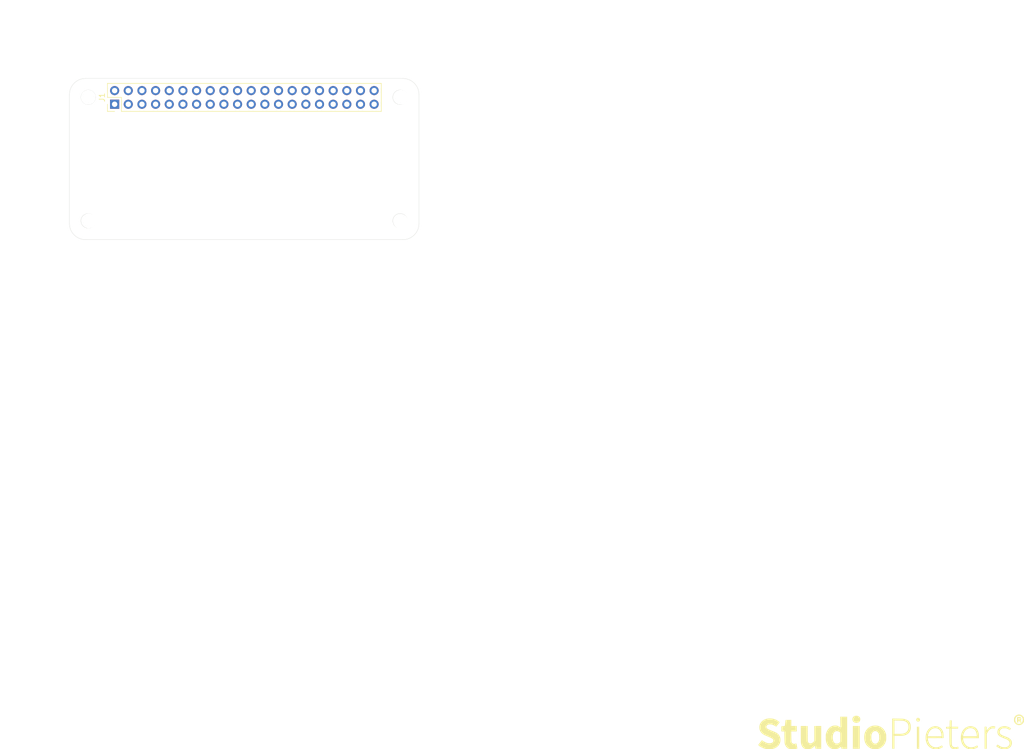
<source format=kicad_pcb>
(kicad_pcb (version 20171130) (host pcbnew "(5.0.1)-4")

  (general
    (thickness 1.6)
    (drawings 45)
    (tracks 0)
    (zones 0)
    (modules 6)
    (nets 41)
  )

  (page A4)
  (title_block
    (title "Raspberry Pi® Zero W - Hat Template")
    (date 2018-12-28)
    (rev 1.0.8)
    (company StudioPieters®)
    (comment 1 https://www.studiopieters.nl)
  )

  (layers
    (0 F.Cu signal)
    (31 B.Cu signal)
    (32 B.Adhes user)
    (33 F.Adhes user)
    (34 B.Paste user)
    (35 F.Paste user)
    (36 B.SilkS user)
    (37 F.SilkS user)
    (38 B.Mask user)
    (39 F.Mask user)
    (40 Dwgs.User user)
    (41 Cmts.User user)
    (42 Eco1.User user)
    (43 Eco2.User user)
    (44 Edge.Cuts user)
    (45 Margin user)
    (46 B.CrtYd user)
    (47 F.CrtYd user)
    (48 B.Fab user)
    (49 F.Fab user)
  )

  (setup
    (last_trace_width 0.25)
    (trace_clearance 0.2)
    (zone_clearance 0.508)
    (zone_45_only no)
    (trace_min 0.2)
    (segment_width 0.2)
    (edge_width 0.05)
    (via_size 0.8)
    (via_drill 0.4)
    (via_min_size 0.4)
    (via_min_drill 0.3)
    (uvia_size 0.3)
    (uvia_drill 0.1)
    (uvias_allowed no)
    (uvia_min_size 0.2)
    (uvia_min_drill 0.1)
    (pcb_text_width 0.3)
    (pcb_text_size 1.5 1.5)
    (mod_edge_width 0.12)
    (mod_text_size 1 1)
    (mod_text_width 0.15)
    (pad_size 1.524 1.524)
    (pad_drill 0.762)
    (pad_to_mask_clearance 0.051)
    (solder_mask_min_width 0.25)
    (aux_axis_origin 0 0)
    (visible_elements 7FFFFFFF)
    (pcbplotparams
      (layerselection 0x010fc_ffffffff)
      (usegerberextensions false)
      (usegerberattributes false)
      (usegerberadvancedattributes false)
      (creategerberjobfile false)
      (excludeedgelayer true)
      (linewidth 0.100000)
      (plotframeref false)
      (viasonmask false)
      (mode 1)
      (useauxorigin false)
      (hpglpennumber 1)
      (hpglpenspeed 20)
      (hpglpendiameter 15.000000)
      (psnegative false)
      (psa4output false)
      (plotreference true)
      (plotvalue true)
      (plotinvisibletext false)
      (padsonsilk false)
      (subtractmaskfromsilk false)
      (outputformat 1)
      (mirror false)
      (drillshape 1)
      (scaleselection 1)
      (outputdirectory ""))
  )

  (net 0 "")
  (net 1 "Net-(J1-Pad1)")
  (net 2 "Net-(J1-Pad2)")
  (net 3 "Net-(J1-Pad3)")
  (net 4 "Net-(J1-Pad4)")
  (net 5 "Net-(J1-Pad5)")
  (net 6 "Net-(J1-Pad6)")
  (net 7 "Net-(J1-Pad7)")
  (net 8 "Net-(J1-Pad8)")
  (net 9 "Net-(J1-Pad9)")
  (net 10 "Net-(J1-Pad10)")
  (net 11 "Net-(J1-Pad11)")
  (net 12 "Net-(J1-Pad12)")
  (net 13 "Net-(J1-Pad13)")
  (net 14 "Net-(J1-Pad14)")
  (net 15 "Net-(J1-Pad15)")
  (net 16 "Net-(J1-Pad16)")
  (net 17 "Net-(J1-Pad17)")
  (net 18 "Net-(J1-Pad18)")
  (net 19 "Net-(J1-Pad19)")
  (net 20 "Net-(J1-Pad20)")
  (net 21 "Net-(J1-Pad21)")
  (net 22 "Net-(J1-Pad22)")
  (net 23 "Net-(J1-Pad23)")
  (net 24 "Net-(J1-Pad24)")
  (net 25 "Net-(J1-Pad25)")
  (net 26 "Net-(J1-Pad26)")
  (net 27 "Net-(J1-Pad27)")
  (net 28 "Net-(J1-Pad28)")
  (net 29 "Net-(J1-Pad29)")
  (net 30 "Net-(J1-Pad30)")
  (net 31 "Net-(J1-Pad31)")
  (net 32 "Net-(J1-Pad32)")
  (net 33 "Net-(J1-Pad33)")
  (net 34 "Net-(J1-Pad34)")
  (net 35 "Net-(J1-Pad35)")
  (net 36 "Net-(J1-Pad36)")
  (net 37 "Net-(J1-Pad37)")
  (net 38 "Net-(J1-Pad38)")
  (net 39 "Net-(J1-Pad39)")
  (net 40 "Net-(J1-Pad40)")

  (net_class Default "This is the default net class."
    (clearance 0.2)
    (trace_width 0.25)
    (via_dia 0.8)
    (via_drill 0.4)
    (uvia_dia 0.3)
    (uvia_drill 0.1)
    (add_net "Net-(J1-Pad1)")
    (add_net "Net-(J1-Pad10)")
    (add_net "Net-(J1-Pad11)")
    (add_net "Net-(J1-Pad12)")
    (add_net "Net-(J1-Pad13)")
    (add_net "Net-(J1-Pad14)")
    (add_net "Net-(J1-Pad15)")
    (add_net "Net-(J1-Pad16)")
    (add_net "Net-(J1-Pad17)")
    (add_net "Net-(J1-Pad18)")
    (add_net "Net-(J1-Pad19)")
    (add_net "Net-(J1-Pad2)")
    (add_net "Net-(J1-Pad20)")
    (add_net "Net-(J1-Pad21)")
    (add_net "Net-(J1-Pad22)")
    (add_net "Net-(J1-Pad23)")
    (add_net "Net-(J1-Pad24)")
    (add_net "Net-(J1-Pad25)")
    (add_net "Net-(J1-Pad26)")
    (add_net "Net-(J1-Pad27)")
    (add_net "Net-(J1-Pad28)")
    (add_net "Net-(J1-Pad29)")
    (add_net "Net-(J1-Pad3)")
    (add_net "Net-(J1-Pad30)")
    (add_net "Net-(J1-Pad31)")
    (add_net "Net-(J1-Pad32)")
    (add_net "Net-(J1-Pad33)")
    (add_net "Net-(J1-Pad34)")
    (add_net "Net-(J1-Pad35)")
    (add_net "Net-(J1-Pad36)")
    (add_net "Net-(J1-Pad37)")
    (add_net "Net-(J1-Pad38)")
    (add_net "Net-(J1-Pad39)")
    (add_net "Net-(J1-Pad4)")
    (add_net "Net-(J1-Pad40)")
    (add_net "Net-(J1-Pad5)")
    (add_net "Net-(J1-Pad6)")
    (add_net "Net-(J1-Pad7)")
    (add_net "Net-(J1-Pad8)")
    (add_net "Net-(J1-Pad9)")
  )

  (module RPi_Hat:RPi_Hat_Mounting_Hole locked (layer F.Cu) (tedit 55217C7B) (tstamp 5C471D7E)
    (at 53.5 52.5)
    (descr "Mounting hole, Befestigungsbohrung, 2,7mm, No Annular, Kein Restring,")
    (tags "Mounting hole, Befestigungsbohrung, 2,7mm, No Annular, Kein Restring,")
    (fp_text reference "" (at 0 -4.0005) (layer F.SilkS) hide
      (effects (font (size 1 1) (thickness 0.15)))
    )
    (fp_text value "" (at 0.09906 3.59918) (layer F.Fab) hide
      (effects (font (size 1 1) (thickness 0.15)))
    )
    (fp_circle (center 0 0) (end 3.1 0) (layer B.CrtYd) (width 0.15))
    (fp_circle (center 0 0) (end 3.1 0) (layer F.CrtYd) (width 0.15))
    (fp_circle (center 0 0) (end 1.375 0) (layer B.Fab) (width 0.15))
    (fp_circle (center 0 0) (end 3.1 0) (layer B.Fab) (width 0.15))
    (fp_circle (center 0 0) (end 3.1 0) (layer F.Fab) (width 0.15))
    (fp_circle (center 0 0) (end 1.375 0) (layer F.Fab) (width 0.15))
    (pad "" np_thru_hole circle (at 0 0) (size 2.75 2.75) (drill 2.75) (layers *.Cu *.Mask)
      (solder_mask_margin 1.725) (clearance 1.725))
  )

  (module RPi_Hat:RPi_Hat_Mounting_Hole locked (layer F.Cu) (tedit 55217C7B) (tstamp 5C471D7E)
    (at 53.6 75.5)
    (descr "Mounting hole, Befestigungsbohrung, 2,7mm, No Annular, Kein Restring,")
    (tags "Mounting hole, Befestigungsbohrung, 2,7mm, No Annular, Kein Restring,")
    (fp_text reference "" (at 0 -4.0005) (layer F.SilkS) hide
      (effects (font (size 1 1) (thickness 0.15)))
    )
    (fp_text value "" (at 0.09906 3.59918) (layer F.Fab) hide
      (effects (font (size 1 1) (thickness 0.15)))
    )
    (fp_circle (center 0 0) (end 3.1 0) (layer B.CrtYd) (width 0.15))
    (fp_circle (center 0 0) (end 3.1 0) (layer F.CrtYd) (width 0.15))
    (fp_circle (center 0 0) (end 1.375 0) (layer B.Fab) (width 0.15))
    (fp_circle (center 0 0) (end 3.1 0) (layer B.Fab) (width 0.15))
    (fp_circle (center 0 0) (end 3.1 0) (layer F.Fab) (width 0.15))
    (fp_circle (center 0 0) (end 1.375 0) (layer F.Fab) (width 0.15))
    (pad "" np_thru_hole circle (at 0 0) (size 2.75 2.75) (drill 2.75) (layers *.Cu *.Mask)
      (solder_mask_margin 1.725) (clearance 1.725))
  )

  (module RPi_Hat:RPi_Hat_Mounting_Hole locked (layer F.Cu) (tedit 55217C7B) (tstamp 5C471D7E)
    (at 111.6 75.6)
    (descr "Mounting hole, Befestigungsbohrung, 2,7mm, No Annular, Kein Restring,")
    (tags "Mounting hole, Befestigungsbohrung, 2,7mm, No Annular, Kein Restring,")
    (fp_text reference "" (at 0 -4.0005) (layer F.SilkS) hide
      (effects (font (size 1 1) (thickness 0.15)))
    )
    (fp_text value "" (at 0.09906 3.59918) (layer F.Fab) hide
      (effects (font (size 1 1) (thickness 0.15)))
    )
    (fp_circle (center 0 0) (end 3.1 0) (layer B.CrtYd) (width 0.15))
    (fp_circle (center 0 0) (end 3.1 0) (layer F.CrtYd) (width 0.15))
    (fp_circle (center 0 0) (end 1.375 0) (layer B.Fab) (width 0.15))
    (fp_circle (center 0 0) (end 3.1 0) (layer B.Fab) (width 0.15))
    (fp_circle (center 0 0) (end 3.1 0) (layer F.Fab) (width 0.15))
    (fp_circle (center 0 0) (end 1.375 0) (layer F.Fab) (width 0.15))
    (pad "" np_thru_hole circle (at 0 0) (size 2.75 2.75) (drill 2.75) (layers *.Cu *.Mask)
      (solder_mask_margin 1.725) (clearance 1.725))
  )

  (module RPi_Hat:RPi_Hat_Mounting_Hole locked (layer F.Cu) (tedit 55217C7B) (tstamp 5C471D7E)
    (at 111.6 52.5)
    (descr "Mounting hole, Befestigungsbohrung, 2,7mm, No Annular, Kein Restring,")
    (tags "Mounting hole, Befestigungsbohrung, 2,7mm, No Annular, Kein Restring,")
    (fp_text reference "" (at 0 -4.0005) (layer F.SilkS) hide
      (effects (font (size 1 1) (thickness 0.15)))
    )
    (fp_text value "" (at 0.09906 3.59918) (layer F.Fab) hide
      (effects (font (size 1 1) (thickness 0.15)))
    )
    (fp_circle (center 0 0) (end 3.1 0) (layer B.CrtYd) (width 0.15))
    (fp_circle (center 0 0) (end 3.1 0) (layer F.CrtYd) (width 0.15))
    (fp_circle (center 0 0) (end 1.375 0) (layer B.Fab) (width 0.15))
    (fp_circle (center 0 0) (end 3.1 0) (layer B.Fab) (width 0.15))
    (fp_circle (center 0 0) (end 3.1 0) (layer F.Fab) (width 0.15))
    (fp_circle (center 0 0) (end 1.375 0) (layer F.Fab) (width 0.15))
    (pad "" np_thru_hole circle (at 0 0) (size 2.75 2.75) (drill 2.75) (layers *.Cu *.Mask)
      (solder_mask_margin 1.725) (clearance 1.725))
  )

  (module Connector_PinHeader_2.54mm:PinHeader_2x20_P2.54mm_Vertical (layer F.Cu) (tedit 59FED5CC) (tstamp 5C2616A7)
    (at 58.4 53.8 90)
    (descr "Through hole straight pin header, 2x20, 2.54mm pitch, double rows")
    (tags "Through hole pin header THT 2x20 2.54mm double row")
    (path /5C26120C)
    (fp_text reference J1 (at 1.27 -2.33 90) (layer F.SilkS)
      (effects (font (size 1 1) (thickness 0.15)))
    )
    (fp_text value Conn_02x20_Odd_Even (at 1.27 50.59 90) (layer F.Fab) hide
      (effects (font (size 1 1) (thickness 0.15)))
    )
    (fp_text user %R (at 1.27 24.13 180) (layer F.Fab)
      (effects (font (size 1 1) (thickness 0.15)))
    )
    (fp_line (start 4.35 -1.8) (end -1.8 -1.8) (layer F.CrtYd) (width 0.05))
    (fp_line (start 4.35 50.05) (end 4.35 -1.8) (layer F.CrtYd) (width 0.05))
    (fp_line (start -1.8 50.05) (end 4.35 50.05) (layer F.CrtYd) (width 0.05))
    (fp_line (start -1.8 -1.8) (end -1.8 50.05) (layer F.CrtYd) (width 0.05))
    (fp_line (start -1.33 -1.33) (end 0 -1.33) (layer F.SilkS) (width 0.12))
    (fp_line (start -1.33 0) (end -1.33 -1.33) (layer F.SilkS) (width 0.12))
    (fp_line (start 1.27 -1.33) (end 3.87 -1.33) (layer F.SilkS) (width 0.12))
    (fp_line (start 1.27 1.27) (end 1.27 -1.33) (layer F.SilkS) (width 0.12))
    (fp_line (start -1.33 1.27) (end 1.27 1.27) (layer F.SilkS) (width 0.12))
    (fp_line (start 3.87 -1.33) (end 3.87 49.59) (layer F.SilkS) (width 0.12))
    (fp_line (start -1.33 1.27) (end -1.33 49.59) (layer F.SilkS) (width 0.12))
    (fp_line (start -1.33 49.59) (end 3.87 49.59) (layer F.SilkS) (width 0.12))
    (fp_line (start -1.27 0) (end 0 -1.27) (layer F.Fab) (width 0.1))
    (fp_line (start -1.27 49.53) (end -1.27 0) (layer F.Fab) (width 0.1))
    (fp_line (start 3.81 49.53) (end -1.27 49.53) (layer F.Fab) (width 0.1))
    (fp_line (start 3.81 -1.27) (end 3.81 49.53) (layer F.Fab) (width 0.1))
    (fp_line (start 0 -1.27) (end 3.81 -1.27) (layer F.Fab) (width 0.1))
    (pad 40 thru_hole oval (at 2.54 48.26 90) (size 1.7 1.7) (drill 1) (layers *.Cu *.Mask)
      (net 40 "Net-(J1-Pad40)"))
    (pad 39 thru_hole oval (at 0 48.26 90) (size 1.7 1.7) (drill 1) (layers *.Cu *.Mask)
      (net 39 "Net-(J1-Pad39)"))
    (pad 38 thru_hole oval (at 2.54 45.72 90) (size 1.7 1.7) (drill 1) (layers *.Cu *.Mask)
      (net 38 "Net-(J1-Pad38)"))
    (pad 37 thru_hole oval (at 0 45.72 90) (size 1.7 1.7) (drill 1) (layers *.Cu *.Mask)
      (net 37 "Net-(J1-Pad37)"))
    (pad 36 thru_hole oval (at 2.54 43.18 90) (size 1.7 1.7) (drill 1) (layers *.Cu *.Mask)
      (net 36 "Net-(J1-Pad36)"))
    (pad 35 thru_hole oval (at 0 43.18 90) (size 1.7 1.7) (drill 1) (layers *.Cu *.Mask)
      (net 35 "Net-(J1-Pad35)"))
    (pad 34 thru_hole oval (at 2.54 40.64 90) (size 1.7 1.7) (drill 1) (layers *.Cu *.Mask)
      (net 34 "Net-(J1-Pad34)"))
    (pad 33 thru_hole oval (at 0 40.64 90) (size 1.7 1.7) (drill 1) (layers *.Cu *.Mask)
      (net 33 "Net-(J1-Pad33)"))
    (pad 32 thru_hole oval (at 2.54 38.1 90) (size 1.7 1.7) (drill 1) (layers *.Cu *.Mask)
      (net 32 "Net-(J1-Pad32)"))
    (pad 31 thru_hole oval (at 0 38.1 90) (size 1.7 1.7) (drill 1) (layers *.Cu *.Mask)
      (net 31 "Net-(J1-Pad31)"))
    (pad 30 thru_hole oval (at 2.54 35.56 90) (size 1.7 1.7) (drill 1) (layers *.Cu *.Mask)
      (net 30 "Net-(J1-Pad30)"))
    (pad 29 thru_hole oval (at 0 35.56 90) (size 1.7 1.7) (drill 1) (layers *.Cu *.Mask)
      (net 29 "Net-(J1-Pad29)"))
    (pad 28 thru_hole oval (at 2.54 33.02 90) (size 1.7 1.7) (drill 1) (layers *.Cu *.Mask)
      (net 28 "Net-(J1-Pad28)"))
    (pad 27 thru_hole oval (at 0 33.02 90) (size 1.7 1.7) (drill 1) (layers *.Cu *.Mask)
      (net 27 "Net-(J1-Pad27)"))
    (pad 26 thru_hole oval (at 2.54 30.48 90) (size 1.7 1.7) (drill 1) (layers *.Cu *.Mask)
      (net 26 "Net-(J1-Pad26)"))
    (pad 25 thru_hole oval (at 0 30.48 90) (size 1.7 1.7) (drill 1) (layers *.Cu *.Mask)
      (net 25 "Net-(J1-Pad25)"))
    (pad 24 thru_hole oval (at 2.54 27.94 90) (size 1.7 1.7) (drill 1) (layers *.Cu *.Mask)
      (net 24 "Net-(J1-Pad24)"))
    (pad 23 thru_hole oval (at 0 27.94 90) (size 1.7 1.7) (drill 1) (layers *.Cu *.Mask)
      (net 23 "Net-(J1-Pad23)"))
    (pad 22 thru_hole oval (at 2.54 25.4 90) (size 1.7 1.7) (drill 1) (layers *.Cu *.Mask)
      (net 22 "Net-(J1-Pad22)"))
    (pad 21 thru_hole oval (at 0 25.4 90) (size 1.7 1.7) (drill 1) (layers *.Cu *.Mask)
      (net 21 "Net-(J1-Pad21)"))
    (pad 20 thru_hole oval (at 2.54 22.86 90) (size 1.7 1.7) (drill 1) (layers *.Cu *.Mask)
      (net 20 "Net-(J1-Pad20)"))
    (pad 19 thru_hole oval (at 0 22.86 90) (size 1.7 1.7) (drill 1) (layers *.Cu *.Mask)
      (net 19 "Net-(J1-Pad19)"))
    (pad 18 thru_hole oval (at 2.54 20.32 90) (size 1.7 1.7) (drill 1) (layers *.Cu *.Mask)
      (net 18 "Net-(J1-Pad18)"))
    (pad 17 thru_hole oval (at 0 20.32 90) (size 1.7 1.7) (drill 1) (layers *.Cu *.Mask)
      (net 17 "Net-(J1-Pad17)"))
    (pad 16 thru_hole oval (at 2.54 17.78 90) (size 1.7 1.7) (drill 1) (layers *.Cu *.Mask)
      (net 16 "Net-(J1-Pad16)"))
    (pad 15 thru_hole oval (at 0 17.78 90) (size 1.7 1.7) (drill 1) (layers *.Cu *.Mask)
      (net 15 "Net-(J1-Pad15)"))
    (pad 14 thru_hole oval (at 2.54 15.24 90) (size 1.7 1.7) (drill 1) (layers *.Cu *.Mask)
      (net 14 "Net-(J1-Pad14)"))
    (pad 13 thru_hole oval (at 0 15.24 90) (size 1.7 1.7) (drill 1) (layers *.Cu *.Mask)
      (net 13 "Net-(J1-Pad13)"))
    (pad 12 thru_hole oval (at 2.54 12.7 90) (size 1.7 1.7) (drill 1) (layers *.Cu *.Mask)
      (net 12 "Net-(J1-Pad12)"))
    (pad 11 thru_hole oval (at 0 12.7 90) (size 1.7 1.7) (drill 1) (layers *.Cu *.Mask)
      (net 11 "Net-(J1-Pad11)"))
    (pad 10 thru_hole oval (at 2.54 10.16 90) (size 1.7 1.7) (drill 1) (layers *.Cu *.Mask)
      (net 10 "Net-(J1-Pad10)"))
    (pad 9 thru_hole oval (at 0 10.16 90) (size 1.7 1.7) (drill 1) (layers *.Cu *.Mask)
      (net 9 "Net-(J1-Pad9)"))
    (pad 8 thru_hole oval (at 2.54 7.62 90) (size 1.7 1.7) (drill 1) (layers *.Cu *.Mask)
      (net 8 "Net-(J1-Pad8)"))
    (pad 7 thru_hole oval (at 0 7.62 90) (size 1.7 1.7) (drill 1) (layers *.Cu *.Mask)
      (net 7 "Net-(J1-Pad7)"))
    (pad 6 thru_hole oval (at 2.54 5.08 90) (size 1.7 1.7) (drill 1) (layers *.Cu *.Mask)
      (net 6 "Net-(J1-Pad6)"))
    (pad 5 thru_hole oval (at 0 5.08 90) (size 1.7 1.7) (drill 1) (layers *.Cu *.Mask)
      (net 5 "Net-(J1-Pad5)"))
    (pad 4 thru_hole oval (at 2.54 2.54 90) (size 1.7 1.7) (drill 1) (layers *.Cu *.Mask)
      (net 4 "Net-(J1-Pad4)"))
    (pad 3 thru_hole oval (at 0 2.54 90) (size 1.7 1.7) (drill 1) (layers *.Cu *.Mask)
      (net 3 "Net-(J1-Pad3)"))
    (pad 2 thru_hole oval (at 2.54 0 90) (size 1.7 1.7) (drill 1) (layers *.Cu *.Mask)
      (net 2 "Net-(J1-Pad2)"))
    (pad 1 thru_hole rect (at 0 0 90) (size 1.7 1.7) (drill 1) (layers *.Cu *.Mask)
      (net 1 "Net-(J1-Pad1)"))
    (model ${KISYS3DMOD}/Connector_PinHeader_2.54mm.3dshapes/PinHeader_2x20_P2.54mm_Vertical.wrl
      (at (xyz 0 0 0))
      (scale (xyz 1 1 1))
      (rotate (xyz 0 0 0))
    )
  )

  (module StudioPieters:StudioPieters_Kicad_Logo (layer F.Cu) (tedit 0) (tstamp 5C26F196)
    (at 202.8 170.6)
    (fp_text reference G*** (at 0 0) (layer F.SilkS) hide
      (effects (font (size 1.524 1.524) (thickness 0.3)))
    )
    (fp_text value LOGO (at 0.75 0) (layer F.SilkS) hide
      (effects (font (size 1.524 1.524) (thickness 0.3)))
    )
    (fp_poly (pts (xy 23.73739 -2.761219) (xy 23.874658 -2.756377) (xy 23.967521 -2.749961) (xy 24.028007 -2.739173)
      (xy 24.068141 -2.72121) (xy 24.099951 -2.693271) (xy 24.11839 -2.672482) (xy 24.174731 -2.566967)
      (xy 24.190008 -2.442531) (xy 24.164442 -2.318746) (xy 24.113428 -2.231778) (xy 24.040412 -2.145003)
      (xy 24.14165 -1.963971) (xy 24.190827 -1.873933) (xy 24.226822 -1.804024) (xy 24.242671 -1.767838)
      (xy 24.242889 -1.766359) (xy 24.21765 -1.756454) (xy 24.15382 -1.750526) (xy 24.116295 -1.749778)
      (xy 24.048181 -1.751685) (xy 24.003655 -1.764893) (xy 23.968653 -1.800631) (xy 23.929113 -1.870127)
      (xy 23.904222 -1.919111) (xy 23.855106 -2.010782) (xy 23.816968 -2.061983) (xy 23.778426 -2.084071)
      (xy 23.734483 -2.088444) (xy 23.687841 -2.086197) (xy 23.662667 -2.070584) (xy 23.652339 -2.028303)
      (xy 23.650238 -1.94605) (xy 23.650222 -1.919111) (xy 23.650222 -1.749778) (xy 23.424444 -1.749778)
      (xy 23.424444 -2.441222) (xy 23.650222 -2.441222) (xy 23.650222 -2.286) (xy 23.749 -2.286)
      (xy 23.849507 -2.306331) (xy 23.904222 -2.342444) (xy 23.954639 -2.417677) (xy 23.950209 -2.484363)
      (xy 23.892314 -2.538887) (xy 23.817758 -2.568738) (xy 23.726596 -2.591584) (xy 23.676435 -2.587541)
      (xy 23.655063 -2.547316) (xy 23.650267 -2.461614) (xy 23.650222 -2.441222) (xy 23.424444 -2.441222)
      (xy 23.424444 -2.770772) (xy 23.73739 -2.761219)) (layer F.SilkS) (width 0.01))
    (fp_poly (pts (xy 5.130676 -2.598373) (xy 5.247523 -2.541368) (xy 5.323803 -2.445202) (xy 5.359334 -2.310147)
      (xy 5.362117 -2.251167) (xy 5.339981 -2.113905) (xy 5.27482 -2.012745) (xy 5.168866 -1.950097)
      (xy 5.064213 -1.929851) (xy 4.970099 -1.92868) (xy 4.891941 -1.937462) (xy 4.868333 -1.944502)
      (xy 4.759835 -2.020758) (xy 4.693469 -2.132476) (xy 4.672837 -2.255737) (xy 4.694681 -2.396748)
      (xy 4.75948 -2.507431) (xy 4.859281 -2.581835) (xy 4.986128 -2.614007) (xy 5.130676 -2.598373)) (layer F.SilkS) (width 0.01))
    (fp_poly (pts (xy -6.349949 -3.002098) (xy -6.258097 -2.990868) (xy -6.17638 -2.965472) (xy -6.081729 -2.921025)
      (xy -6.080834 -2.920568) (xy -5.926332 -2.819127) (xy -5.821296 -2.695139) (xy -5.761843 -2.54213)
      (xy -5.74406 -2.358769) (xy -5.766464 -2.159702) (xy -5.832653 -1.995964) (xy -5.943828 -1.865835)
      (xy -6.101194 -1.767594) (xy -6.179097 -1.73622) (xy -6.28988 -1.710944) (xy -6.428544 -1.698086)
      (xy -6.570116 -1.698414) (xy -6.68962 -1.712694) (xy -6.717072 -1.719702) (xy -6.900025 -1.801055)
      (xy -7.041657 -1.919334) (xy -7.139179 -2.070839) (xy -7.189803 -2.251864) (xy -7.196667 -2.356555)
      (xy -7.172315 -2.549643) (xy -7.099844 -2.713533) (xy -6.980127 -2.846813) (xy -6.837009 -2.937357)
      (xy -6.74396 -2.974626) (xy -6.643761 -2.995344) (xy -6.514757 -3.003501) (xy -6.475005 -3.004048)
      (xy -6.349949 -3.002098)) (layer F.SilkS) (width 0.01))
    (fp_poly (pts (xy 23.980279 -3.215749) (xy 24.122104 -3.17966) (xy 24.282268 -3.09904) (xy 24.43436 -2.9767)
      (xy 24.56284 -2.826869) (xy 24.629523 -2.715051) (xy 24.665907 -2.635486) (xy 24.689093 -2.56458)
      (xy 24.701989 -2.485513) (xy 24.707502 -2.381464) (xy 24.708556 -2.257778) (xy 24.706905 -2.116394)
      (xy 24.70009 -2.014389) (xy 24.685319 -1.934747) (xy 24.6598 -1.860452) (xy 24.633728 -1.801837)
      (xy 24.520427 -1.620157) (xy 24.368416 -1.465529) (xy 24.193111 -1.35287) (xy 24.04294 -1.303308)
      (xy 23.863793 -1.278118) (xy 23.677962 -1.278058) (xy 23.507738 -1.303883) (xy 23.434507 -1.32711)
      (xy 23.243854 -1.432302) (xy 23.08068 -1.583381) (xy 22.952071 -1.773604) (xy 22.939564 -1.798198)
      (xy 22.894573 -1.895009) (xy 22.867291 -1.974762) (xy 22.853452 -2.058233) (xy 22.848788 -2.166198)
      (xy 22.84858 -2.241212) (xy 22.8506 -2.263267) (xy 23.07069 -2.263267) (xy 23.090508 -2.061044)
      (xy 23.157117 -1.876022) (xy 23.272027 -1.704813) (xy 23.415446 -1.581676) (xy 23.585692 -1.507693)
      (xy 23.702103 -1.480144) (xy 23.792246 -1.472167) (xy 23.8829 -1.484049) (xy 23.987233 -1.512012)
      (xy 24.153784 -1.589353) (xy 24.292554 -1.709088) (xy 24.39912 -1.862224) (xy 24.469055 -2.039769)
      (xy 24.497937 -2.23273) (xy 24.48134 -2.432116) (xy 24.467749 -2.48856) (xy 24.393464 -2.664191)
      (xy 24.282441 -2.807624) (xy 24.143345 -2.916426) (xy 23.984841 -2.988166) (xy 23.815594 -3.02041)
      (xy 23.64427 -3.010728) (xy 23.479534 -2.956686) (xy 23.330052 -2.855853) (xy 23.291834 -2.818613)
      (xy 23.173088 -2.654192) (xy 23.098795 -2.46503) (xy 23.07069 -2.263267) (xy 22.8506 -2.263267)
      (xy 22.871813 -2.494862) (xy 22.939691 -2.713997) (xy 23.052195 -2.898591) (xy 23.209312 -3.048618)
      (xy 23.390004 -3.154599) (xy 23.57037 -3.211415) (xy 23.774002 -3.232034) (xy 23.980279 -3.215749)) (layer F.SilkS) (width 0.01))
    (fp_poly (pts (xy 19.081457 -1.052269) (xy 19.201894 -1.037551) (xy 19.270715 -1.018779) (xy 19.315685 -0.999264)
      (xy 19.341807 -0.978977) (xy 19.350286 -0.946019) (xy 19.342329 -0.888487) (xy 19.31914 -0.794481)
      (xy 19.300592 -0.723913) (xy 19.277856 -0.654725) (xy 19.251298 -0.629043) (xy 19.210433 -0.634006)
      (xy 19.150301 -0.646147) (xy 19.056018 -0.658854) (xy 18.965333 -0.667836) (xy 18.759002 -0.657211)
      (xy 18.559611 -0.592134) (xy 18.369433 -0.474406) (xy 18.19074 -0.305825) (xy 18.025801 -0.088191)
      (xy 17.87689 0.176697) (xy 17.863154 0.205323) (xy 17.780044 0.381) (xy 17.780022 1.756833)
      (xy 17.78 3.132667) (xy 17.384889 3.132667) (xy 17.384889 -0.959555) (xy 17.751778 -0.959555)
      (xy 17.751778 -0.737717) (xy 17.754163 -0.609819) (xy 17.760427 -0.484646) (xy 17.769237 -0.388548)
      (xy 17.769606 -0.385806) (xy 17.787434 -0.255734) (xy 17.922342 -0.447836) (xy 18.100913 -0.667379)
      (xy 18.297159 -0.839296) (xy 18.508026 -0.965776) (xy 18.608224 -1.01172) (xy 18.692719 -1.03899)
      (xy 18.784049 -1.052414) (xy 18.90475 -1.056823) (xy 18.933958 -1.057046) (xy 19.081457 -1.052269)) (layer F.SilkS) (width 0.01))
    (fp_poly (pts (xy 5.221111 3.132667) (xy 4.797778 3.132667) (xy 4.797778 -0.959555) (xy 5.221111 -0.959555)
      (xy 5.221111 3.132667)) (layer F.SilkS) (width 0.01))
    (fp_poly (pts (xy 1.192389 -2.475829) (xy 1.466481 -2.471731) (xy 1.691195 -2.467418) (xy 1.873598 -2.462491)
      (xy 2.020757 -2.456554) (xy 2.139737 -2.449207) (xy 2.237606 -2.440054) (xy 2.32143 -2.428697)
      (xy 2.398275 -2.414739) (xy 2.441222 -2.405565) (xy 2.744517 -2.318681) (xy 3.000698 -2.202816)
      (xy 3.212264 -2.055906) (xy 3.381712 -1.875888) (xy 3.511542 -1.660698) (xy 3.590105 -1.456832)
      (xy 3.62471 -1.299712) (xy 3.646535 -1.10746) (xy 3.655062 -0.900038) (xy 3.649774 -0.69741)
      (xy 3.630153 -0.51954) (xy 3.616178 -0.451555) (xy 3.522002 -0.179177) (xy 3.384325 0.06054)
      (xy 3.206067 0.263898) (xy 2.990145 0.427196) (xy 2.872761 0.490851) (xy 2.720684 0.558537)
      (xy 2.569589 0.612987) (xy 2.411075 0.655478) (xy 2.236741 0.687285) (xy 2.038188 0.709684)
      (xy 1.807015 0.723952) (xy 1.534821 0.731364) (xy 1.277056 0.733219) (xy 0.620889 0.733778)
      (xy 0.620889 3.132667) (xy 0.197556 3.132667) (xy 0.197556 0.366889) (xy 0.620889 0.366889)
      (xy 1.266303 0.366889) (xy 1.54456 0.364879) (xy 1.772956 0.358642) (xy 1.95794 0.347866)
      (xy 2.105958 0.332238) (xy 2.162359 0.323517) (xy 2.445264 0.253645) (xy 2.683741 0.14922)
      (xy 2.878565 0.00949) (xy 3.030509 -0.166293) (xy 3.140349 -0.378879) (xy 3.208858 -0.629018)
      (xy 3.220009 -0.700394) (xy 3.233436 -0.942682) (xy 3.210388 -1.177671) (xy 3.153822 -1.395359)
      (xy 3.066696 -1.585748) (xy 2.951967 -1.738836) (xy 2.898428 -1.787859) (xy 2.785998 -1.871352)
      (xy 2.674703 -1.93462) (xy 2.545625 -1.986714) (xy 2.379844 -2.036683) (xy 2.376077 -2.037708)
      (xy 2.302755 -2.055969) (xy 2.227024 -2.07045) (xy 2.140607 -2.081756) (xy 2.035229 -2.09049)
      (xy 1.902614 -2.097256) (xy 1.734484 -2.102658) (xy 1.522564 -2.107299) (xy 1.389944 -2.109652)
      (xy 0.620889 -2.122594) (xy 0.620889 0.366889) (xy 0.197556 0.366889) (xy 0.197556 -2.489445)
      (xy 1.192389 -2.475829)) (layer F.SilkS) (width 0.01))
    (fp_poly (pts (xy -5.842 3.132667) (xy -7.112 3.132667) (xy -7.112 -1.100667) (xy -5.842 -1.100667)
      (xy -5.842 3.132667)) (layer F.SilkS) (width 0.01))
    (fp_poly (pts (xy 21.219919 -1.056125) (xy 21.486121 -1.016676) (xy 21.747145 -0.939025) (xy 21.995583 -0.82225)
      (xy 22.027444 -0.803623) (xy 22.142645 -0.733545) (xy 22.213987 -0.682575) (xy 22.245809 -0.640442)
      (xy 22.242451 -0.596875) (xy 22.20825 -0.541605) (xy 22.162704 -0.483449) (xy 22.050039 -0.341949)
      (xy 21.900091 -0.44293) (xy 21.786378 -0.512076) (xy 21.655728 -0.58098) (xy 21.578349 -0.616606)
      (xy 21.494065 -0.649368) (xy 21.416001 -0.670721) (xy 21.327933 -0.683075) (xy 21.213637 -0.688843)
      (xy 21.082 -0.690373) (xy 20.933145 -0.689403) (xy 20.82547 -0.683919) (xy 20.743761 -0.67179)
      (xy 20.672802 -0.650886) (xy 20.608214 -0.624012) (xy 20.449858 -0.526824) (xy 20.32388 -0.398215)
      (xy 20.234431 -0.247877) (xy 20.185659 -0.085498) (xy 20.181714 0.079231) (xy 20.226744 0.236619)
      (xy 20.233671 0.250741) (xy 20.28467 0.335956) (xy 20.349256 0.412633) (xy 20.433722 0.484612)
      (xy 20.544363 0.555728) (xy 20.687472 0.629821) (xy 20.869343 0.710726) (xy 21.09627 0.802283)
      (xy 21.210458 0.846337) (xy 21.375755 0.911282) (xy 21.539841 0.978946) (xy 21.687765 1.042949)
      (xy 21.80458 1.096911) (xy 21.844122 1.116799) (xy 22.009557 1.221822) (xy 22.160555 1.351426)
      (xy 22.285323 1.493398) (xy 22.372071 1.635522) (xy 22.391528 1.683804) (xy 22.449427 1.933151)
      (xy 22.453907 2.175206) (xy 22.407956 2.404698) (xy 22.314562 2.616354) (xy 22.176714 2.804906)
      (xy 21.997401 2.965082) (xy 21.779611 3.091611) (xy 21.546494 3.17412) (xy 21.391263 3.201354)
      (xy 21.20014 3.214993) (xy 20.991947 3.215313) (xy 20.785506 3.202594) (xy 20.599638 3.177111)
      (xy 20.517556 3.158957) (xy 20.379719 3.116712) (xy 20.226641 3.060395) (xy 20.099462 3.005818)
      (xy 19.997221 2.953386) (xy 19.885646 2.889863) (xy 19.775577 2.822263) (xy 19.677857 2.757602)
      (xy 19.603328 2.702894) (xy 19.56283 2.665155) (xy 19.55858 2.655855) (xy 19.576101 2.627456)
      (xy 19.621364 2.569801) (xy 19.681506 2.498923) (xy 19.80385 2.359069) (xy 19.984314 2.49352)
      (xy 20.257492 2.668784) (xy 20.535083 2.789297) (xy 20.822407 2.856745) (xy 21.124783 2.872813)
      (xy 21.174483 2.870752) (xy 21.315463 2.859419) (xy 21.423997 2.839359) (xy 21.524002 2.804856)
      (xy 21.60328 2.768293) (xy 21.777131 2.655995) (xy 21.909598 2.514731) (xy 21.997801 2.352044)
      (xy 22.03886 2.175477) (xy 22.029897 1.992572) (xy 21.968453 1.811719) (xy 21.912668 1.71598)
      (xy 21.842791 1.63006) (xy 21.752636 1.55007) (xy 21.636017 1.472125) (xy 21.486748 1.392335)
      (xy 21.298645 1.306814) (xy 21.065521 1.211674) (xy 20.930564 1.159443) (xy 20.703171 1.070179)
      (xy 20.520429 0.992257) (xy 20.372931 0.920779) (xy 20.251271 0.850848) (xy 20.146042 0.777564)
      (xy 20.058103 0.705129) (xy 19.919676 0.547353) (xy 19.82437 0.36124) (xy 19.773137 0.155974)
      (xy 19.76693 -0.059259) (xy 19.8067 -0.275277) (xy 19.893401 -0.482895) (xy 19.92876 -0.542255)
      (xy 20.070482 -0.712641) (xy 20.251468 -0.85036) (xy 20.464313 -0.954491) (xy 20.701607 -1.024111)
      (xy 20.955945 -1.058296) (xy 21.219919 -1.056125)) (layer F.SilkS) (width 0.01))
    (fp_poly (pts (xy 14.879023 -1.060441) (xy 15.178123 -1.013216) (xy 15.442154 -0.921837) (xy 15.67163 -0.785969)
      (xy 15.867062 -0.605277) (xy 16.028963 -0.379425) (xy 16.08827 -0.268606) (xy 16.161116 -0.109671)
      (xy 16.215187 0.036385) (xy 16.253624 0.183999) (xy 16.279566 0.347609) (xy 16.296153 0.541654)
      (xy 16.304735 0.726722) (xy 16.32 1.157111) (xy 13.369539 1.157111) (xy 13.387841 1.335756)
      (xy 13.443523 1.654114) (xy 13.540671 1.944) (xy 13.676287 2.201704) (xy 13.847371 2.423519)
      (xy 14.050925 2.605734) (xy 14.28395 2.744642) (xy 14.543446 2.836533) (xy 14.614001 2.852095)
      (xy 14.869114 2.876065) (xy 15.139858 2.855802) (xy 15.411064 2.794376) (xy 15.667566 2.694856)
      (xy 15.826159 2.606792) (xy 15.90561 2.557265) (xy 15.964441 2.522893) (xy 15.987961 2.511778)
      (xy 16.007107 2.534718) (xy 16.04041 2.592077) (xy 16.079174 2.666665) (xy 16.1147 2.741291)
      (xy 16.138291 2.798764) (xy 16.143111 2.818427) (xy 16.118538 2.846664) (xy 16.05209 2.889732)
      (xy 15.954671 2.942452) (xy 15.837186 2.999649) (xy 15.710539 3.056148) (xy 15.585634 3.10677)
      (xy 15.473377 3.146341) (xy 15.419597 3.161873) (xy 15.260776 3.191299) (xy 15.069684 3.209555)
      (xy 14.864426 3.216452) (xy 14.663112 3.211801) (xy 14.483847 3.195414) (xy 14.365111 3.172853)
      (xy 14.086181 3.071431) (xy 13.823971 2.921334) (xy 13.58727 2.72977) (xy 13.384872 2.503949)
      (xy 13.225568 2.251081) (xy 13.21478 2.229556) (xy 13.087909 1.911562) (xy 13.004358 1.567101)
      (xy 12.966028 1.208047) (xy 12.974818 0.846277) (xy 12.977755 0.818445) (xy 13.370924 0.818445)
      (xy 14.65824 0.818445) (xy 14.921704 0.817996) (xy 15.167023 0.816711) (xy 15.388603 0.814682)
      (xy 15.58085 0.812001) (xy 15.738172 0.80876) (xy 15.854976 0.805051) (xy 15.925668 0.800966)
      (xy 15.945324 0.797278) (xy 15.942194 0.761327) (xy 15.93404 0.683552) (xy 15.922375 0.578195)
      (xy 15.917156 0.532314) (xy 15.861864 0.223016) (xy 15.772268 -0.043503) (xy 15.649207 -0.266349)
      (xy 15.49352 -0.444628) (xy 15.306046 -0.577446) (xy 15.087625 -0.663911) (xy 14.839096 -0.70313)
      (xy 14.75421 -0.705555) (xy 14.496437 -0.678552) (xy 14.255895 -0.598479) (xy 14.035029 -0.466738)
      (xy 13.836286 -0.284733) (xy 13.688175 -0.093955) (xy 13.566885 0.12283) (xy 13.468255 0.369441)
      (xy 13.401863 0.620794) (xy 13.39098 0.684389) (xy 13.370924 0.818445) (xy 12.977755 0.818445)
      (xy 12.982239 0.775971) (xy 13.043263 0.428376) (xy 13.140186 0.119902) (xy 13.276115 -0.156269)
      (xy 13.454154 -0.406957) (xy 13.587444 -0.552974) (xy 13.828281 -0.759522) (xy 14.08671 -0.913848)
      (xy 14.36032 -1.015008) (xy 14.646701 -1.062052) (xy 14.879023 -1.060441)) (layer F.SilkS) (width 0.01))
    (fp_poly (pts (xy 11.260667 -0.959555) (xy 12.446 -0.959555) (xy 12.446 -0.620889) (xy 11.260667 -0.620889)
      (xy 11.260667 0.827433) (xy 11.260865 1.172864) (xy 11.261719 1.466715) (xy 11.263619 1.713851)
      (xy 11.266953 1.919139) (xy 11.272111 2.087441) (xy 11.279482 2.223622) (xy 11.289454 2.332548)
      (xy 11.302417 2.419083) (xy 11.318761 2.488092) (xy 11.338874 2.54444) (xy 11.363145 2.59299)
      (xy 11.391964 2.638608) (xy 11.407307 2.660583) (xy 11.508502 2.756595) (xy 11.648159 2.823018)
      (xy 11.81568 2.858182) (xy 12.00047 2.860416) (xy 12.191931 2.828047) (xy 12.28502 2.799031)
      (xy 12.383043 2.767284) (xy 12.438997 2.759636) (xy 12.460938 2.773907) (xy 12.508172 2.909435)
      (xy 12.535457 3.000444) (xy 12.544702 3.054454) (xy 12.538269 3.078582) (xy 12.502298 3.095365)
      (xy 12.426628 3.121408) (xy 12.326162 3.15167) (xy 12.303089 3.15815) (xy 12.10355 3.198593)
      (xy 11.890928 3.216304) (xy 11.684059 3.211156) (xy 11.50178 3.183022) (xy 11.436086 3.163976)
      (xy 11.253781 3.072395) (xy 11.104347 2.935565) (xy 10.988593 2.754693) (xy 10.907327 2.530987)
      (xy 10.86681 2.314963) (xy 10.860468 2.234521) (xy 10.854655 2.103948) (xy 10.849486 1.929556)
      (xy 10.845079 1.717656) (xy 10.841551 1.47456) (xy 10.83902 1.206579) (xy 10.837602 0.920025)
      (xy 10.837333 0.727463) (xy 10.837333 -0.620889) (xy 10.216444 -0.620889) (xy 10.216444 -0.925765)
      (xy 10.859916 -0.965971) (xy 10.900968 -2.144889) (xy 11.260667 -2.144889) (xy 11.260667 -0.959555)) (layer F.SilkS) (width 0.01))
    (fp_poly (pts (xy 8.353778 -1.057902) (xy 8.647123 -1.006526) (xy 8.910228 -0.908084) (xy 9.141377 -0.763743)
      (xy 9.338855 -0.574667) (xy 9.500946 -0.342021) (xy 9.552243 -0.243813) (xy 9.62937 -0.065606)
      (xy 9.684553 0.108588) (xy 9.720756 0.293777) (xy 9.740941 0.504969) (xy 9.748012 0.747889)
      (xy 9.750778 1.143) (xy 8.290278 1.15031) (xy 6.829778 1.157619) (xy 6.829975 1.27731)
      (xy 6.836846 1.362589) (xy 6.854851 1.479668) (xy 6.880386 1.60586) (xy 6.885928 1.629561)
      (xy 6.98253 1.928664) (xy 7.118009 2.19155) (xy 7.28841 2.415696) (xy 7.48978 2.598575)
      (xy 7.718167 2.737661) (xy 7.969617 2.830431) (xy 8.240177 2.874357) (xy 8.525893 2.866915)
      (xy 8.755779 2.824069) (xy 8.975365 2.753734) (xy 9.184231 2.660704) (xy 9.350236 2.561524)
      (xy 9.404953 2.526862) (xy 9.435536 2.514956) (xy 9.436936 2.515755) (xy 9.469386 2.566862)
      (xy 9.51086 2.640819) (xy 9.55197 2.719639) (xy 9.58333 2.785334) (xy 9.595556 2.819691)
      (xy 9.570985 2.84655) (xy 9.504492 2.888458) (xy 9.406908 2.940383) (xy 9.289063 2.997294)
      (xy 9.161786 3.054159) (xy 9.035907 3.105946) (xy 8.922257 3.147624) (xy 8.833556 3.173724)
      (xy 8.696662 3.195958) (xy 8.525194 3.209585) (xy 8.33649 3.214621) (xy 8.14789 3.21108)
      (xy 7.976732 3.198977) (xy 7.840356 3.178327) (xy 7.817556 3.172853) (xy 7.537383 3.071172)
      (xy 7.274306 2.921054) (xy 7.037157 2.729722) (xy 6.834764 2.504402) (xy 6.67596 2.252318)
      (xy 6.664591 2.229556) (xy 6.536787 1.911612) (xy 6.453648 1.577726) (xy 6.414261 1.235332)
      (xy 6.417712 0.891867) (xy 6.436483 0.752403) (xy 6.829778 0.752403) (xy 6.829778 0.818445)
      (xy 9.369778 0.818445) (xy 9.369778 0.639515) (xy 9.355536 0.461478) (xy 9.316763 0.260388)
      (xy 9.259393 0.060709) (xy 9.189357 -0.113092) (xy 9.185319 -0.121285) (xy 9.056614 -0.319431)
      (xy 8.890647 -0.479807) (xy 8.694471 -0.599604) (xy 8.475138 -0.676012) (xy 8.239702 -0.706221)
      (xy 7.995217 -0.68742) (xy 7.851403 -0.652756) (xy 7.618348 -0.552944) (xy 7.404956 -0.402904)
      (xy 7.215807 -0.206804) (xy 7.05548 0.031194) (xy 7.014486 0.10854) (xy 6.969285 0.213755)
      (xy 6.923327 0.345255) (xy 6.881691 0.485338) (xy 6.849455 0.616299) (xy 6.831697 0.720438)
      (xy 6.829778 0.752403) (xy 6.436483 0.752403) (xy 6.463086 0.554763) (xy 6.54947 0.231457)
      (xy 6.67595 -0.070618) (xy 6.841611 -0.344026) (xy 7.005175 -0.540706) (xy 7.238399 -0.745213)
      (xy 7.496139 -0.900935) (xy 7.773501 -1.005994) (xy 8.065592 -1.058515) (xy 8.353778 -1.057902)) (layer F.SilkS) (width 0.01))
    (fp_poly (pts (xy -2.603315 -1.163246) (xy -2.280005 -1.08652) (xy -1.982211 -0.9614) (xy -1.712853 -0.790139)
      (xy -1.474853 -0.574993) (xy -1.271129 -0.318216) (xy -1.104603 -0.022063) (xy -0.978195 0.311212)
      (xy -0.970117 0.338667) (xy -0.949883 0.419337) (xy -0.935424 0.506403) (xy -0.925918 0.610873)
      (xy -0.920543 0.743753) (xy -0.918476 0.916051) (xy -0.918448 1.030111) (xy -0.919394 1.214927)
      (xy -0.922056 1.35508) (xy -0.927697 1.462352) (xy -0.937581 1.548524) (xy -0.952969 1.625375)
      (xy -0.975126 1.704687) (xy -0.998631 1.778) (xy -1.133463 2.107479) (xy -1.307602 2.399187)
      (xy -1.518774 2.650906) (xy -1.764704 2.860422) (xy -2.043118 3.025519) (xy -2.351739 3.143979)
      (xy -2.420221 3.162736) (xy -2.619749 3.198578) (xy -2.850349 3.215717) (xy -3.090337 3.214201)
      (xy -3.318029 3.194073) (xy -3.493078 3.160463) (xy -3.799866 3.051264) (xy -4.084483 2.891651)
      (xy -4.340199 2.685503) (xy -4.373028 2.653431) (xy -4.587495 2.408655) (xy -4.754724 2.148053)
      (xy -4.87699 1.865692) (xy -4.956567 1.555637) (xy -4.99573 1.211957) (xy -5.00088 1.016)
      (xy -4.994526 0.892976) (xy -3.690334 0.892976) (xy -3.687868 1.212474) (xy -3.651041 1.489266)
      (xy -3.580048 1.722657) (xy -3.475089 1.911951) (xy -3.366886 2.031095) (xy -3.215533 2.136014)
      (xy -3.055915 2.187974) (xy -2.87968 2.188895) (xy -2.771337 2.168014) (xy -2.628637 2.105172)
      (xy -2.495136 1.995941) (xy -2.380308 1.850375) (xy -2.293629 1.678527) (xy -2.283311 1.650152)
      (xy -2.256648 1.567057) (xy -2.237965 1.489544) (xy -2.225884 1.40473) (xy -2.219027 1.299733)
      (xy -2.216013 1.161672) (xy -2.215444 1.016) (xy -2.216346 0.841525) (xy -2.219971 0.710597)
      (xy -2.227697 0.610335) (xy -2.240903 0.527856) (xy -2.260967 0.450279) (xy -2.283311 0.381848)
      (xy -2.370459 0.195468) (xy -2.488939 0.041105) (xy -2.631059 -0.073331) (xy -2.789126 -0.139936)
      (xy -2.79149 -0.140509) (xy -2.978553 -0.162973) (xy -3.146015 -0.1338) (xy -3.299822 -0.051246)
      (xy -3.401559 0.038222) (xy -3.509189 0.169468) (xy -3.588846 0.318528) (xy -3.643834 0.495181)
      (xy -3.677456 0.709205) (xy -3.690334 0.892976) (xy -4.994526 0.892976) (xy -4.982128 0.652968)
      (xy -4.924304 0.326653) (xy -4.825053 0.030902) (xy -4.68202 -0.240437) (xy -4.492851 -0.493517)
      (xy -4.374444 -0.620977) (xy -4.125803 -0.834221) (xy -3.852814 -0.997124) (xy -3.554334 -1.110143)
      (xy -3.22922 -1.173733) (xy -2.949222 -1.189322) (xy -2.603315 -1.163246)) (layer F.SilkS) (width 0.01))
    (fp_poly (pts (xy -8.184444 3.132667) (xy -9.223541 3.132667) (xy -9.258846 2.935111) (xy -9.277514 2.838317)
      (xy -9.293711 2.767885) (xy -9.304185 2.737806) (xy -9.304765 2.737556) (xy -9.330566 2.753457)
      (xy -9.389454 2.79562) (xy -9.469901 2.855734) (xy -9.490746 2.871611) (xy -9.608927 2.953146)
      (xy -9.748898 3.037077) (xy -9.877778 3.103967) (xy -9.971868 3.146162) (xy -10.048868 3.174474)
      (xy -10.124865 3.191966) (xy -10.21595 3.201698) (xy -10.338211 3.206731) (xy -10.428111 3.208672)
      (xy -10.636681 3.207508) (xy -10.800033 3.195591) (xy -10.90249 3.176373) (xy -11.162754 3.073657)
      (xy -11.40405 2.922403) (xy -11.618461 2.729427) (xy -11.798071 2.501543) (xy -11.904029 2.314222)
      (xy -11.984467 2.136946) (xy -12.045714 1.975291) (xy -12.090193 1.816694) (xy -12.120326 1.648595)
      (xy -12.138536 1.458432) (xy -12.147246 1.233643) (xy -12.148995 1.044222) (xy -12.148863 0.981795)
      (xy -10.861485 0.981795) (xy -10.857596 1.155921) (xy -10.825344 1.444375) (xy -10.761744 1.686561)
      (xy -10.66691 1.882227) (xy -10.540959 2.031117) (xy -10.418164 2.116229) (xy -10.301287 2.155152)
      (xy -10.154323 2.171972) (xy -9.999153 2.166611) (xy -9.857661 2.138989) (xy -9.802479 2.118462)
      (xy -9.71391 2.066129) (xy -9.617689 1.991501) (xy -9.569646 1.946345) (xy -9.454444 1.827638)
      (xy -9.454444 0.966319) (xy -9.454152 0.719778) (xy -9.454237 0.523244) (xy -9.456142 0.370292)
      (xy -9.461308 0.254497) (xy -9.471179 0.16943) (xy -9.487197 0.108668) (xy -9.510804 0.065783)
      (xy -9.543443 0.034349) (xy -9.586556 0.007939) (xy -9.641586 -0.019871) (xy -9.680222 -0.039536)
      (xy -9.776286 -0.083864) (xy -9.869928 -0.117958) (xy -9.900997 -0.126216) (xy -10.108326 -0.147121)
      (xy -10.294441 -0.117497) (xy -10.457481 -0.039835) (xy -10.595588 0.083371) (xy -10.706901 0.24963)
      (xy -10.789562 0.456449) (xy -10.84171 0.701334) (xy -10.861485 0.981795) (xy -12.148863 0.981795)
      (xy -12.148577 0.846798) (xy -12.14621 0.694756) (xy -12.140979 0.577041) (xy -12.131967 0.482601)
      (xy -12.118258 0.400382) (xy -12.098937 0.31933) (xy -12.084687 0.268111) (xy -11.963952 -0.068631)
      (xy -11.807045 -0.367791) (xy -11.616108 -0.626204) (xy -11.393282 -0.840707) (xy -11.275907 -0.926955)
      (xy -11.049791 -1.057736) (xy -10.826658 -1.141418) (xy -10.58893 -1.183467) (xy -10.426691 -1.191026)
      (xy -10.145361 -1.171918) (xy -9.896056 -1.109347) (xy -9.672198 -1.001029) (xy -9.491487 -0.866457)
      (xy -9.389661 -0.777053) (xy -9.408678 -0.87536) (xy -9.413811 -0.927004) (xy -9.41948 -1.027517)
      (xy -9.425419 -1.169328) (xy -9.431359 -1.344867) (xy -9.437035 -1.546562) (xy -9.442178 -1.766845)
      (xy -9.444771 -1.897944) (xy -9.461847 -2.822222) (xy -8.184444 -2.822222) (xy -8.184444 3.132667)) (layer F.SilkS) (width 0.01))
    (fp_poly (pts (xy -15.508111 1.763889) (xy -15.44043 1.901381) (xy -15.353358 2.025408) (xy -15.23532 2.104123)
      (xy -15.083885 2.1387) (xy -14.952891 2.136931) (xy -14.77589 2.098712) (xy -14.613715 2.014905)
      (xy -14.458218 1.880874) (xy -14.4098 1.828064) (xy -14.280444 1.680192) (xy -14.280444 -1.100667)
      (xy -13.010444 -1.100667) (xy -13.010444 3.132667) (xy -13.529536 3.132667) (xy -13.723785 3.131717)
      (xy -13.86771 3.12859) (xy -13.967404 3.122871) (xy -14.028959 3.114143) (xy -14.058469 3.101991)
      (xy -14.062585 3.096295) (xy -14.072535 3.053345) (xy -14.087289 2.969396) (xy -14.104299 2.859413)
      (xy -14.111788 2.807017) (xy -14.147035 2.554111) (xy -14.349757 2.752075) (xy -14.584116 2.949114)
      (xy -14.830502 3.093084) (xy -15.040511 3.172308) (xy -15.189988 3.201568) (xy -15.37345 3.215693)
      (xy -15.57059 3.214982) (xy -15.761097 3.199735) (xy -15.924666 3.170248) (xy -15.965297 3.158718)
      (xy -16.184051 3.061133) (xy -16.37047 2.917481) (xy -16.524238 2.72818) (xy -16.645036 2.493648)
      (xy -16.732549 2.214303) (xy -16.752377 2.12124) (xy -16.761699 2.060783) (xy -16.769552 1.981302)
      (xy -16.77604 1.878282) (xy -16.781269 1.747205) (xy -16.785344 1.583553) (xy -16.788369 1.382811)
      (xy -16.79045 1.140461) (xy -16.791691 0.851985) (xy -16.792198 0.512868) (xy -16.792222 0.40674)
      (xy -16.792222 -1.100667) (xy -15.524189 -1.100667) (xy -15.508111 1.763889)) (layer F.SilkS) (width 0.01))
    (fp_poly (pts (xy -18.570222 -1.100667) (xy -17.554222 -1.100667) (xy -17.554222 -0.084667) (xy -18.574228 -0.084667)
      (xy -18.564276 0.867833) (xy -18.561208 1.138904) (xy -18.557694 1.359724) (xy -18.552919 1.536485)
      (xy -18.546069 1.675381) (xy -18.536331 1.782603) (xy -18.522891 1.864344) (xy -18.504934 1.926798)
      (xy -18.481646 1.976155) (xy -18.452214 2.018609) (xy -18.415823 2.060352) (xy -18.406149 2.070754)
      (xy -18.276366 2.171559) (xy -18.122525 2.221765) (xy -17.944068 2.221478) (xy -17.791541 2.187528)
      (xy -17.709512 2.163496) (xy -17.651701 2.148139) (xy -17.636368 2.145194) (xy -17.622373 2.17105)
      (xy -17.601935 2.241567) (xy -17.577169 2.345613) (xy -17.550193 2.472059) (xy -17.523122 2.609772)
      (xy -17.498073 2.747623) (xy -17.477163 2.874481) (xy -17.462506 2.979214) (xy -17.456221 3.050691)
      (xy -17.45918 3.077136) (xy -17.497483 3.09501) (xy -17.577027 3.11987) (xy -17.683728 3.147533)
      (xy -17.739073 3.160273) (xy -17.907508 3.188465) (xy -18.103639 3.206912) (xy -18.311623 3.215443)
      (xy -18.515621 3.213885) (xy -18.699792 3.202065) (xy -18.848294 3.179811) (xy -18.877714 3.172671)
      (xy -19.122316 3.080019) (xy -19.332621 2.942751) (xy -19.508793 2.760693) (xy -19.650994 2.53367)
      (xy -19.75939 2.261508) (xy -19.773126 2.215445) (xy -19.786081 2.162861) (xy -19.796814 2.100083)
      (xy -19.805619 2.021064) (xy -19.81279 1.919754) (xy -19.818623 1.790106) (xy -19.823411 1.62607)
      (xy -19.827449 1.421599) (xy -19.831032 1.170644) (xy -19.833245 0.980722) (xy -19.844912 -0.084667)
      (xy -20.404667 -0.084667) (xy -20.404667 -1.038926) (xy -20.270611 -1.054492) (xy -20.167075 -1.065775)
      (xy -20.04013 -1.078607) (xy -19.951043 -1.087075) (xy -19.76553 -1.104091) (xy -19.701974 -1.617434)
      (xy -19.680899 -1.784339) (xy -19.661217 -1.934103) (xy -19.644292 -2.056803) (xy -19.63149 -2.142515)
      (xy -19.62453 -2.180167) (xy -19.615088 -2.197661) (xy -19.592925 -2.21049) (xy -19.550359 -2.219365)
      (xy -19.479707 -2.224996) (xy -19.373288 -2.228094) (xy -19.223419 -2.229368) (xy -19.090432 -2.229555)
      (xy -18.570222 -2.229555) (xy -18.570222 -1.100667)) (layer F.SilkS) (width 0.01))
    (fp_poly (pts (xy -22.278874 -2.498351) (xy -21.93989 -2.449398) (xy -21.618888 -2.35407) (xy -21.305672 -2.209875)
      (xy -21.200986 -2.150372) (xy -21.097053 -2.083812) (xy -20.990398 -2.007615) (xy -20.891404 -1.930212)
      (xy -20.810451 -1.860037) (xy -20.75792 -1.805523) (xy -20.743333 -1.778626) (xy -20.760266 -1.749644)
      (xy -20.806395 -1.68659) (xy -20.874714 -1.59807) (xy -20.958218 -1.492689) (xy -21.049901 -1.379052)
      (xy -21.142757 -1.265767) (xy -21.22978 -1.161439) (xy -21.303967 -1.074673) (xy -21.358309 -1.014076)
      (xy -21.385803 -0.988253) (xy -21.387024 -0.987899) (xy -21.419491 -1.002611) (xy -21.482128 -1.040309)
      (xy -21.533556 -1.074113) (xy -21.763215 -1.20991) (xy -21.997905 -1.312055) (xy -22.230662 -1.379908)
      (xy -22.454524 -1.412827) (xy -22.662527 -1.410172) (xy -22.847707 -1.371302) (xy -23.003102 -1.295574)
      (xy -23.092806 -1.217679) (xy -23.180377 -1.086595) (xy -23.213073 -0.952076) (xy -23.191799 -0.819324)
      (xy -23.117461 -0.693537) (xy -22.990963 -0.579914) (xy -22.980526 -0.572784) (xy -22.915913 -0.536392)
      (xy -22.80809 -0.483624) (xy -22.666397 -0.418701) (xy -22.500175 -0.345843) (xy -22.318766 -0.269273)
      (xy -22.212398 -0.225686) (xy -22.021727 -0.147423) (xy -21.836348 -0.069478) (xy -21.666734 0.003605)
      (xy -21.523354 0.067283) (xy -21.416678 0.117016) (xy -21.379998 0.135431) (xy -21.138993 0.292188)
      (xy -20.935821 0.487044) (xy -20.774713 0.714159) (xy -20.659898 0.967687) (xy -20.599649 1.213556)
      (xy -20.578366 1.52361) (xy -20.609708 1.818945) (xy -20.690967 2.095965) (xy -20.819431 2.351078)
      (xy -20.992391 2.58069) (xy -21.207135 2.781208) (xy -21.460953 2.949038) (xy -21.751135 3.080587)
      (xy -22.07497 3.17226) (xy -22.07742 3.172768) (xy -22.254822 3.198539) (xy -22.469129 3.212819)
      (xy -22.702018 3.215766) (xy -22.935164 3.20754) (xy -23.150244 3.188299) (xy -23.311556 3.162055)
      (xy -23.705536 3.049974) (xy -24.079514 2.887779) (xy -24.425685 2.679005) (xy -24.503944 2.622223)
      (xy -24.616861 2.529684) (xy -24.680119 2.459279) (xy -24.694444 2.421573) (xy -24.677583 2.387809)
      (xy -24.631456 2.319926) (xy -24.562745 2.226322) (xy -24.478134 2.115398) (xy -24.384305 1.995553)
      (xy -24.287943 1.875187) (xy -24.19573 1.762699) (xy -24.11435 1.666489) (xy -24.050485 1.594956)
      (xy -24.010818 1.5565) (xy -24.00274 1.552222) (xy -23.975601 1.568086) (xy -23.916846 1.609621)
      (xy -23.841295 1.666242) (xy -23.708523 1.756195) (xy -23.543704 1.850402) (xy -23.365247 1.93976)
      (xy -23.191561 2.015165) (xy -23.041056 2.067515) (xy -23.016348 2.074167) (xy -22.824327 2.107643)
      (xy -22.624259 2.116339) (xy -22.429825 2.101698) (xy -22.254704 2.065164) (xy -22.112577 2.008182)
      (xy -22.058984 1.973123) (xy -21.96281 1.863808) (xy -21.906857 1.727642) (xy -21.894561 1.580583)
      (xy -21.929356 1.438588) (xy -21.939427 1.417591) (xy -21.973448 1.363398) (xy -22.020927 1.311512)
      (xy -22.08753 1.258688) (xy -22.178923 1.201679) (xy -22.300773 1.137239) (xy -22.458745 1.062121)
      (xy -22.658506 0.97308) (xy -22.886201 0.875166) (xy -23.143894 0.764432) (xy -23.355738 0.670288)
      (xy -23.528504 0.588899) (xy -23.668962 0.51643) (xy -23.783883 0.449044) (xy -23.880038 0.382908)
      (xy -23.964197 0.314184) (xy -24.04313 0.239038) (xy -24.083821 0.196722) (xy -24.247362 0.000414)
      (xy -24.364685 -0.194849) (xy -24.443963 -0.403104) (xy -24.453627 -0.438431) (xy -24.479254 -0.582149)
      (xy -24.492807 -0.756389) (xy -24.494162 -0.940001) (xy -24.483194 -1.111837) (xy -24.459779 -1.250749)
      (xy -24.45843 -1.255889) (xy -24.36043 -1.515884) (xy -24.213396 -1.758145) (xy -24.023837 -1.974979)
      (xy -23.798264 -2.158691) (xy -23.593778 -2.277857) (xy -23.410895 -2.36126) (xy -23.244185 -2.421217)
      (xy -23.075891 -2.461953) (xy -22.888251 -2.487695) (xy -22.663509 -2.50267) (xy -22.646036 -2.50342)
      (xy -22.278874 -2.498351)) (layer F.SilkS) (width 0.01))
  )

  (gr_circle (center 53.5 52.5) (end 56.5 52.5) (layer F.CrtYd) (width 0.05))
  (gr_circle (center 53.5 75.5) (end 56.5 75.5) (layer B.CrtYd) (width 0.05) (tstamp 5C22B5C3))
  (gr_circle (center 53.5 75.5) (end 56.5 75.5) (layer F.CrtYd) (width 0.05) (tstamp 5C225B9C))
  (gr_circle (center 53.5 52.5) (end 56.5 52.5) (layer B.CrtYd) (width 0.05) (tstamp 5C22B5C3))
  (gr_circle (center 111.5 52.5) (end 114.5 52.5) (layer B.CrtYd) (width 0.05) (tstamp 5C22B5C3))
  (gr_circle (center 111.5 52.5) (end 114.5 52.5) (layer F.CrtYd) (width 0.05) (tstamp 5C225B9C))
  (gr_circle (center 111.5 75.5) (end 114.5 75.5) (layer B.CrtYd) (width 0.05) (tstamp 5C22B5C3))
  (gr_circle (center 111.5 75.5) (end 114.5 75.5) (layer F.CrtYd) (width 0.05) (tstamp 5C225B9C))
  (dimension 23.000014 (width 0.15) (layer Dwgs.User)
    (gr_text "23.000 mm" (at 124.336968 64.01394 89.937722) (layer Dwgs.User)
      (effects (font (size 1 1) (thickness 0.15)))
    )
    (feature1 (pts (xy 111.5 75.5) (xy 123.61089 75.513164)))
    (feature2 (pts (xy 111.525 52.5) (xy 123.63589 52.513164)))
    (crossbar (pts (xy 123.049469 52.512527) (xy 123.024469 75.512527)))
    (arrow1a (pts (xy 123.024469 75.512527) (xy 122.439273 74.385386)))
    (arrow1b (pts (xy 123.024469 75.512527) (xy 123.612114 74.386661)))
    (arrow2a (pts (xy 123.049469 52.512527) (xy 122.461824 53.638393)))
    (arrow2b (pts (xy 123.049469 52.512527) (xy 123.634665 53.639668)))
  )
  (gr_text "Project name: Raspberry Pi® Zero W - Hat template\n\nProject URI: https://www.studiopieters.nl\n\nDescription: Kicad - Raspberry Pi® Zero W Hat template package\n\nVersion: 1.0.8" (at 56.8 83.2) (layer Dwgs.User)
    (effects (font (size 0.5 0.5) (thickness 0.125)) (justify left))
  )
  (gr_text "License: MIT - Copyright 2018 StudioPieters®" (at 66 77.5) (layer Dwgs.User)
    (effects (font (size 0.5 0.5) (thickness 0.125)))
  )
  (gr_text PP1 (at 104 70.7) (layer Dwgs.User)
    (effects (font (size 1 1) (thickness 0.15)))
  )
  (gr_text PP6 (at 104.2 77.4) (layer Dwgs.User)
    (effects (font (size 1 1) (thickness 0.15)))
  )
  (gr_circle (center 103.8 72.7) (end 104.4 73.5) (layer Dwgs.User) (width 0.15))
  (gr_circle (center 104.1 75.3) (end 104.9 75.9) (layer Dwgs.User) (width 0.15))
  (dimension 11.2 (width 0.15) (layer Dwgs.User)
    (gr_text "11.200 mm" (at 109.4 96) (layer Dwgs.User)
      (effects (font (size 1 1) (thickness 0.15)))
    )
    (feature1 (pts (xy 115 72.7) (xy 115 95.286421)))
    (feature2 (pts (xy 103.8 72.7) (xy 103.8 95.286421)))
    (crossbar (pts (xy 103.8 94.7) (xy 115 94.7)))
    (arrow1a (pts (xy 115 94.7) (xy 113.873496 95.286421)))
    (arrow1b (pts (xy 115 94.7) (xy 113.873496 94.113579)))
    (arrow2a (pts (xy 103.8 94.7) (xy 104.926504 95.286421)))
    (arrow2b (pts (xy 103.8 94.7) (xy 104.926504 94.113579)))
  )
  (dimension 6.3 (width 0.15) (layer Dwgs.User)
    (gr_text "6.300 mm" (at 83.2 75.85 90) (layer Dwgs.User)
      (effects (font (size 1 1) (thickness 0.15)))
    )
    (feature1 (pts (xy 103.8 72.7) (xy 83.913579 72.7)))
    (feature2 (pts (xy 103.8 79) (xy 83.913579 79)))
    (crossbar (pts (xy 84.5 79) (xy 84.5 72.7)))
    (arrow1a (pts (xy 84.5 72.7) (xy 85.086421 73.826504)))
    (arrow1b (pts (xy 84.5 72.7) (xy 83.913579 73.826504)))
    (arrow2a (pts (xy 84.5 79) (xy 85.086421 77.873496)))
    (arrow2b (pts (xy 84.5 79) (xy 83.913579 77.873496)))
  )
  (dimension 10.9 (width 0.15) (layer Dwgs.User)
    (gr_text "10.900 mm" (at 109.55 93.3) (layer Dwgs.User)
      (effects (font (size 1 1) (thickness 0.15)))
    )
    (feature1 (pts (xy 115 75.3) (xy 115 92.586421)))
    (feature2 (pts (xy 104.1 75.3) (xy 104.1 92.586421)))
    (crossbar (pts (xy 104.1 92) (xy 115 92)))
    (arrow1a (pts (xy 115 92) (xy 113.873496 92.586421)))
    (arrow1b (pts (xy 115 92) (xy 113.873496 91.413579)))
    (arrow2a (pts (xy 104.1 92) (xy 105.226504 92.586421)))
    (arrow2b (pts (xy 104.1 92) (xy 105.226504 91.413579)))
  )
  (dimension 3.7 (width 0.15) (layer Dwgs.User)
    (gr_text "3.700 mm" (at 86.7 77.15 90) (layer Dwgs.User)
      (effects (font (size 1 1) (thickness 0.15)))
    )
    (feature1 (pts (xy 104.1 75.3) (xy 87.413579 75.3)))
    (feature2 (pts (xy 104.1 79) (xy 87.413579 79)))
    (crossbar (pts (xy 88 79) (xy 88 75.3)))
    (arrow1a (pts (xy 88 75.3) (xy 88.586421 76.426504)))
    (arrow1b (pts (xy 88 75.3) (xy 87.413579 76.426504)))
    (arrow2a (pts (xy 88 79) (xy 88.586421 77.873496)))
    (arrow2b (pts (xy 88 79) (xy 87.413579 77.873496)))
  )
  (dimension 3.5 (width 0.15) (layer Dwgs.User)
    (gr_text "3.500 mm" (at 113.25 88.3) (layer Dwgs.User)
      (effects (font (size 1 1) (thickness 0.15)))
    )
    (feature1 (pts (xy 115 75.5) (xy 115 87.586421)))
    (feature2 (pts (xy 111.5 75.5) (xy 111.5 87.586421)))
    (crossbar (pts (xy 111.5 87) (xy 115 87)))
    (arrow1a (pts (xy 115 87) (xy 113.873496 87.586421)))
    (arrow1b (pts (xy 115 87) (xy 113.873496 86.413579)))
    (arrow2a (pts (xy 111.5 87) (xy 112.626504 87.586421)))
    (arrow2b (pts (xy 111.5 87) (xy 112.626504 86.413579)))
  )
  (dimension 3.5 (width 0.15) (layer Dwgs.User)
    (gr_text "3.500 mm" (at 124.349469 50.75 270) (layer Dwgs.User)
      (effects (font (size 1 1) (thickness 0.15)))
    )
    (feature1 (pts (xy 112 52.5) (xy 123.63589 52.5)))
    (feature2 (pts (xy 112 49) (xy 123.63589 49)))
    (crossbar (pts (xy 123.049469 49) (xy 123.049469 52.5)))
    (arrow1a (pts (xy 123.049469 52.5) (xy 122.463048 51.373496)))
    (arrow1b (pts (xy 123.049469 52.5) (xy 123.63589 51.373496)))
    (arrow2a (pts (xy 123.049469 49) (xy 122.463048 50.126504)))
    (arrow2b (pts (xy 123.049469 49) (xy 123.63589 50.126504)))
  )
  (dimension 3.5 (width 0.15) (layer Dwgs.User)
    (gr_text "3.500 mm" (at 124.3 77.25 270) (layer Dwgs.User)
      (effects (font (size 1 1) (thickness 0.15)))
    )
    (feature1 (pts (xy 111.5 79) (xy 123.586421 79)))
    (feature2 (pts (xy 111.5 75.5) (xy 123.586421 75.5)))
    (crossbar (pts (xy 123 75.5) (xy 123 79)))
    (arrow1a (pts (xy 123 79) (xy 122.413579 77.873496)))
    (arrow1b (pts (xy 123 79) (xy 123.586421 77.873496)))
    (arrow2a (pts (xy 123 75.5) (xy 122.413579 76.626504)))
    (arrow2b (pts (xy 123 75.5) (xy 123.586421 76.626504)))
  )
  (dimension 3.5 (width 0.15) (layer Dwgs.User)
    (gr_text "3.500 mm" (at 44.55 77.25 270) (layer Dwgs.User)
      (effects (font (size 1 1) (thickness 0.15)))
    )
    (feature1 (pts (xy 53.5 79) (xy 45.263579 79)))
    (feature2 (pts (xy 53.5 75.5) (xy 45.263579 75.5)))
    (crossbar (pts (xy 45.85 75.5) (xy 45.85 79)))
    (arrow1a (pts (xy 45.85 79) (xy 45.263579 77.873496)))
    (arrow1b (pts (xy 45.85 79) (xy 46.436421 77.873496)))
    (arrow2a (pts (xy 45.85 75.5) (xy 45.263579 76.626504)))
    (arrow2b (pts (xy 45.85 75.5) (xy 46.436421 76.626504)))
  )
  (dimension 6 (width 0.15) (layer Dwgs.User)
    (gr_text "6.000 mm" (at 40.75 52.5 270) (layer Dwgs.User)
      (effects (font (size 1 1) (thickness 0.15)))
    )
    (feature1 (pts (xy 53.5 55.5) (xy 41.463579 55.5)))
    (feature2 (pts (xy 53.5 49.5) (xy 41.463579 49.5)))
    (crossbar (pts (xy 42.05 49.5) (xy 42.05 55.5)))
    (arrow1a (pts (xy 42.05 55.5) (xy 41.463579 54.373496)))
    (arrow1b (pts (xy 42.05 55.5) (xy 42.636421 54.373496)))
    (arrow2a (pts (xy 42.05 49.5) (xy 41.463579 50.626504)))
    (arrow2b (pts (xy 42.05 49.5) (xy 42.636421 50.626504)))
  )
  (dimension 2.720328 (width 0.15) (layer Dwgs.User)
    (gr_text "2.750 mm" (at 46.475 52.489836 270) (layer Dwgs.User)
      (effects (font (size 1 1) (thickness 0.15)))
    )
    (feature1 (pts (xy 53.5 53.85) (xy 47.188579 53.85)))
    (feature2 (pts (xy 53.5 51.129672) (xy 47.188579 51.129672)))
    (crossbar (pts (xy 47.775 51.129672) (xy 47.775 53.85)))
    (arrow1a (pts (xy 47.775 53.85) (xy 47.188579 52.723496)))
    (arrow1b (pts (xy 47.775 53.85) (xy 48.361421 52.723496)))
    (arrow2a (pts (xy 47.775 51.129672) (xy 47.188579 52.256176)))
    (arrow2b (pts (xy 47.775 51.129672) (xy 48.361421 52.256176)))
  )
  (dimension 29 (width 0.15) (layer Dwgs.User)
    (gr_text "29.000 mm" (at 68 42.025) (layer Dwgs.User)
      (effects (font (size 1 1) (thickness 0.15)))
    )
    (feature1 (pts (xy 82.5 52.5) (xy 82.5 42.738579)))
    (feature2 (pts (xy 53.5 52.5) (xy 53.5 42.738579)))
    (crossbar (pts (xy 53.5 43.325) (xy 82.5 43.325)))
    (arrow1a (pts (xy 82.5 43.325) (xy 81.373496 43.911421)))
    (arrow1b (pts (xy 82.5 43.325) (xy 81.373496 42.738579)))
    (arrow2a (pts (xy 53.5 43.325) (xy 54.626504 43.911421)))
    (arrow2b (pts (xy 53.5 43.325) (xy 54.626504 42.738579)))
  )
  (dimension 65 (width 0.15) (layer Dwgs.User)
    (gr_text "65.000 mm" (at 82.5 35.1) (layer Dwgs.User)
      (effects (font (size 1 1) (thickness 0.15)))
    )
    (feature1 (pts (xy 115 52) (xy 115 35.813579)))
    (feature2 (pts (xy 50 52) (xy 50 35.813579)))
    (crossbar (pts (xy 50 36.4) (xy 115 36.4)))
    (arrow1a (pts (xy 115 36.4) (xy 113.873496 36.986421)))
    (arrow1b (pts (xy 115 36.4) (xy 113.873496 35.813579)))
    (arrow2a (pts (xy 50 36.4) (xy 51.126504 36.986421)))
    (arrow2b (pts (xy 50 36.4) (xy 51.126504 35.813579)))
  )
  (dimension 58 (width 0.15) (layer Dwgs.User)
    (gr_text "58.000 mm" (at 82.5 38.825) (layer Dwgs.User)
      (effects (font (size 1 1) (thickness 0.15)))
    )
    (feature1 (pts (xy 111.5 52.5) (xy 111.5 39.538579)))
    (feature2 (pts (xy 53.5 52.5) (xy 53.5 39.538579)))
    (crossbar (pts (xy 53.5 40.125) (xy 111.5 40.125)))
    (arrow1a (pts (xy 111.5 40.125) (xy 110.373496 40.711421)))
    (arrow1b (pts (xy 111.5 40.125) (xy 110.373496 39.538579)))
    (arrow2a (pts (xy 53.5 40.125) (xy 54.626504 40.711421)))
    (arrow2b (pts (xy 53.5 40.125) (xy 54.626504 39.538579)))
  )
  (dimension 30.00001 (width 0.15) (layer Dwgs.User)
    (gr_text "30.000 mm" (at 126.661969 63.987228 89.95225353) (layer Dwgs.User)
      (effects (font (size 1 1) (thickness 0.15)))
    )
    (feature1 (pts (xy 111.975 78.975) (xy 125.93589 78.986634)))
    (feature2 (pts (xy 112 48.975) (xy 125.96089 48.986634)))
    (crossbar (pts (xy 125.374469 48.986145) (xy 125.349469 78.986145)))
    (arrow1a (pts (xy 125.349469 78.986145) (xy 124.763987 77.859153)))
    (arrow1b (pts (xy 125.349469 78.986145) (xy 125.936828 77.86013)))
    (arrow2a (pts (xy 125.374469 48.986145) (xy 124.78711 50.11216)))
    (arrow2b (pts (xy 125.374469 48.986145) (xy 125.959951 50.113137)))
  )
  (gr_line (start 108.425 49.425) (end 56.575 49.425) (layer Dwgs.User) (width 0.15))
  (gr_line (start 108.425 55.525) (end 108.425 49.425) (layer Dwgs.User) (width 0.15))
  (gr_line (start 56.575 55.575) (end 108.425 55.525) (layer Dwgs.User) (width 0.15))
  (gr_line (start 56.575 49.45) (end 56.575 55.575) (layer Dwgs.User) (width 0.15))
  (gr_circle (center 111.5 75.5) (end 111.47 76.87) (layer Edge.Cuts) (width 0.05) (tstamp 5C225D5D))
  (gr_circle (center 111.5 52.5) (end 111.47 53.87) (layer Edge.Cuts) (width 0.05) (tstamp 5C225D5D))
  (gr_circle (center 53.5 75.5) (end 53.47 76.87) (layer Edge.Cuts) (width 0.05) (tstamp 5C225D5D))
  (gr_circle (center 53.5 52.5) (end 53.47 53.87) (layer Edge.Cuts) (width 0.05))
  (gr_arc (start 112 52) (end 115 52) (angle -90) (layer Edge.Cuts) (width 0.05))
  (gr_arc (start 112 76) (end 112 79) (angle -90) (layer Edge.Cuts) (width 0.05))
  (gr_arc (start 53 76) (end 50 76) (angle -90) (layer Edge.Cuts) (width 0.05))
  (gr_arc (start 53 52) (end 53 49) (angle -90) (layer Edge.Cuts) (width 0.05))
  (gr_line (start 50 76) (end 50 52) (layer Edge.Cuts) (width 0.05) (tstamp 5C2259F3))
  (gr_line (start 112 79) (end 53 79) (layer Edge.Cuts) (width 0.05))
  (gr_line (start 115 52) (end 115 76) (layer Edge.Cuts) (width 0.05))
  (gr_line (start 53 49) (end 112 49) (layer Edge.Cuts) (width 0.05))

)

</source>
